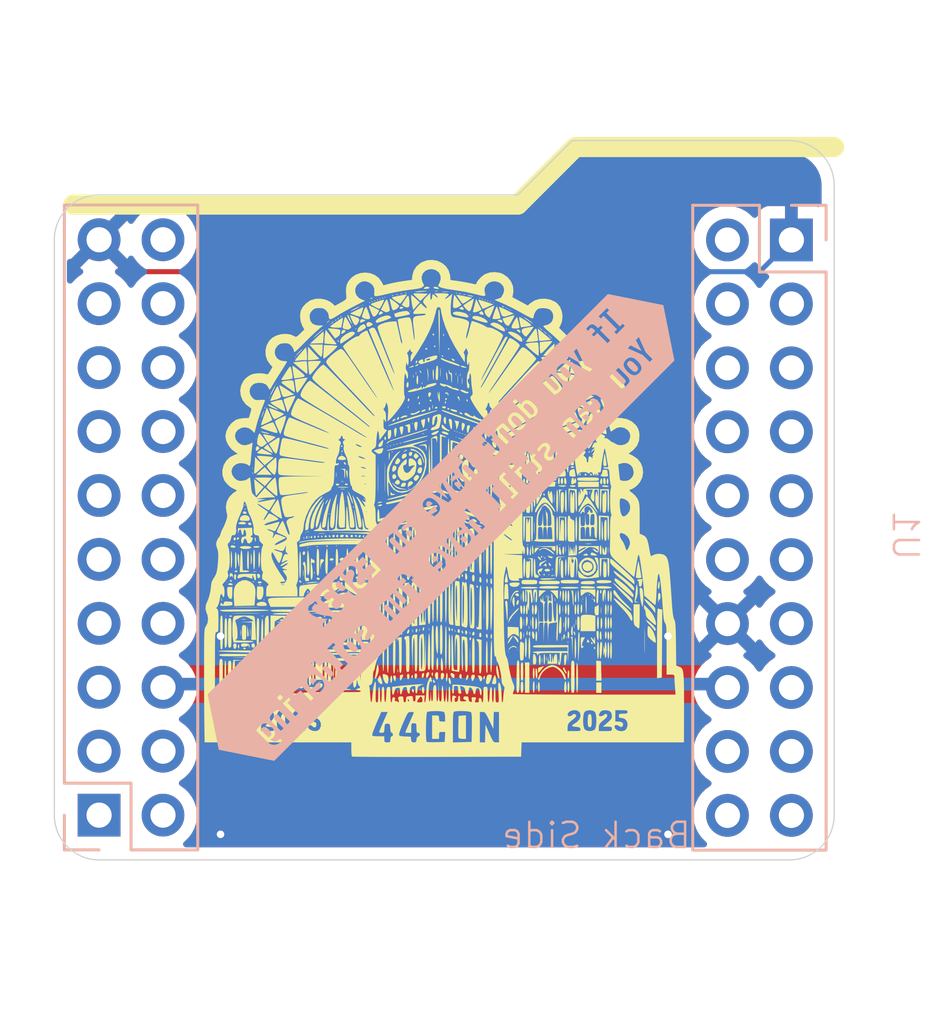
<source format=kicad_pcb>
(kicad_pcb (version 20241229) (generator "pcbnew") (generator_version "9.0")
  (layers (0 "F.Cu" signal) (2 "B.Cu" signal) (13 "F.Paste" user) (15 "B.Paste" user) (5 "F.SilkS" user "F.Silkscreen") (7 "B.SilkS" user "B.Silkscreen") (1 "F.Mask" user) (3 "B.Mask" user) (25 "Edge.Cuts" user))
  (net 0 "")
  (net 1 "GND")
  (net 2 "5V")
  (footprint "LOGO" (layer "F.Cu") (at 117.602 96.774)
    (property "Reference" "G***")
    (property "Value" "LOGO" (hide yes))
  )
  (footprint "badge-44con-2025:Wemos Mini D1 ESP WiFi + Bluetooth CP2104" (layer "B.Cu") (at 133.126 117.046 90)
    (property "Reference" "U1" (at 19.2 2.8 270) (layer "B.SilkS") (effects (font (thickness 0.1)) (justify mirror)))
    (property "Value" "ESP32-WEMOS D1 mini")
    (pad "1" thru_hole rect (at 30.93 -1.73) (size 1.7 1.7) (drill 1) (layers "*.Cu" "*.Mask") (net 1 "GND"))
    (pad "2" thru_hole circle (at 28.39 -1.73 180) (size 1.7 1.7) (drill 1) (layers "*.Cu" "*.Mask"))
    (pad "3" thru_hole circle (at 25.85 -1.73 180) (size 1.7 1.7) (drill 1) (layers "*.Cu" "*.Mask"))
    (pad "4" thru_hole circle (at 23.31 -1.73 180) (size 1.7 1.7) (drill 1) (layers "*.Cu" "*.Mask"))
    (pad "5" thru_hole circle (at 20.77 -1.73 180) (size 1.7 1.7) (drill 1) (layers "*.Cu" "*.Mask"))
    (pad "6" thru_hole circle (at 18.23 -1.73 180) (size 1.7 1.7) (drill 1) (layers "*.Cu" "*.Mask"))
    (pad "7" thru_hole circle (at 15.69 -1.73 180) (size 1.7 1.7) (drill 1) (layers "*.Cu" "*.Mask"))
    (pad "8" thru_hole circle (at 13.15 -1.73 180) (size 1.7 1.7) (drill 1) (layers "*.Cu" "*.Mask"))
    (pad "9" thru_hole circle (at 10.61 -1.73 180) (size 1.7 1.7) (drill 1) (layers "*.Cu" "*.Mask"))
    (pad "10" thru_hole circle (at 8.07 -1.73 180) (size 1.7 1.7) (drill 1) (layers "*.Cu" "*.Mask"))
    (pad "11" thru_hole circle (at 30.93 -4.27 180) (size 1.7 1.7) (drill 1) (layers "*.Cu" "*.Mask"))
    (pad "12" thru_hole circle (at 28.39 -4.27 180) (size 1.7 1.7) (drill 1) (layers "*.Cu" "*.Mask"))
    (pad "13" thru_hole circle (at 25.85 -4.27 180) (size 1.7 1.7) (drill 1) (layers "*.Cu" "*.Mask"))
    (pad "14" thru_hole circle (at 23.31 -4.27 180) (size 1.7 1.7) (drill 1) (layers "*.Cu" "*.Mask"))
    (pad "15" thru_hole circle (at 20.77 -4.27 180) (size 1.7 1.7) (drill 1) (layers "*.Cu" "*.Mask"))
    (pad "16" thru_hole circle (at 18.23 -4.27 180) (size 1.7 1.7) (drill 1) (layers "*.Cu" "*.Mask"))
    (pad "17" thru_hole circle (at 15.69 -4.27) (size 1.7 1.7) (drill 1) (layers "*.Cu" "*.Mask") (net 1 "GND"))
    (pad "18" thru_hole circle (at 13.15 -4.27 180) (size 1.7 1.7) (drill 1) (layers "*.Cu" "*.Mask") (net 2 "5V"))
    (pad "19" thru_hole circle (at 10.61 -4.27 180) (size 1.7 1.7) (drill 1) (layers "*.Cu" "*.Mask"))
    (pad "20" thru_hole circle (at 8.07 -4.27 180) (size 1.7 1.7) (drill 1) (layers "*.Cu" "*.Mask"))
    (pad "21" thru_hole circle (at 30.94 -26.7) (size 1.7 1.7) (drill 1) (layers "*.Cu" "*.Mask"))
    (pad "22" thru_hole circle (at 28.4 -26.7) (size 1.7 1.7) (drill 1) (layers "*.Cu" "*.Mask"))
    (pad "23" thru_hole circle (at 25.86 -26.7) (size 1.7 1.7) (drill 1) (layers "*.Cu" "*.Mask"))
    (pad "24" thru_hole circle (at 23.32 -26.7) (size 1.7 1.7) (drill 1) (layers "*.Cu" "*.Mask"))
    (pad "25" thru_hole circle (at 20.78 -26.7) (size 1.7 1.7) (drill 1) (layers "*.Cu" "*.Mask"))
    (pad "26" thru_hole circle (at 18.24 -26.7) (size 1.7 1.7) (drill 1) (layers "*.Cu" "*.Mask"))
    (pad "27" thru_hole circle (at 15.7 -26.7 180) (size 1.7 1.7) (drill 1) (layers "*.Cu" "*.Mask"))
    (pad "28" thru_hole circle (at 13.16 -26.7) (size 1.7 1.7) (drill 1) (layers "*.Cu" "*.Mask") (net 2 "5V"))
    (pad "29" thru_hole circle (at 10.62 -26.7) (size 1.7 1.7) (drill 1) (layers "*.Cu" "*.Mask"))
    (pad "30" thru_hole circle (at 8.08 -26.7) (size 1.7 1.7) (drill 1) (layers "*.Cu" "*.Mask"))
    (pad "31" thru_hole circle (at 30.94 -29.24 180) (size 1.7 1.7) (drill 1) (layers "*.Cu" "*.Mask") (net 1 "GND"))
    (pad "32" thru_hole circle (at 28.4 -29.24) (size 1.7 1.7) (drill 1) (layers "*.Cu" "*.Mask"))
    (pad "33" thru_hole circle (at 25.86 -29.24) (size 1.7 1.7) (drill 1) (layers "*.Cu" "*.Mask"))
    (pad "34" thru_hole circle (at 23.32 -29.24) (size 1.7 1.7) (drill 1) (layers "*.Cu" "*.Mask"))
    (pad "35" thru_hole circle (at 20.78 -29.24) (size 1.7 1.7) (drill 1) (layers "*.Cu" "*.Mask"))
    (pad "36" thru_hole circle (at 18.24 -29.24) (size 1.7 1.7) (drill 1) (layers "*.Cu" "*.Mask"))
    (pad "37" thru_hole circle (at 15.7 -29.24) (size 1.7 1.7) (drill 1) (layers "*.Cu" "*.Mask"))
    (pad "38" thru_hole circle (at 13.16 -29.24) (size 1.7 1.7) (drill 1) (layers "*.Cu" "*.Mask"))
    (pad "39" thru_hole circle (at 10.62 -29.24) (size 1.7 1.7) (drill 1) (layers "*.Cu" "*.Mask"))
    (pad "40" thru_hole rect (at 8.08 -29.24) (size 1.7 1.7) (drill 1) (layers "*.Cu" "*.Mask"))
  )
  (footprint "kibuzzard-68BB37EA" (layer "B.Cu") (at 117.475 97.536 -135)
    (property "Reference" "kibuzzard-68BB37EA" (hide yes))
    (property "Value" "G***" (hide yes))
  )
  (gr_line (start 120.523 84.709) (end 122.809 82.423) (stroke (width 0.8)) (layer "F.SilkS"))
  (gr_line (start 102.87 84.709) (end 120.523 84.709) (stroke (width 0.8)) (layer "F.SilkS"))
  (gr_line (start 122.936 82.423) (end 133.096 82.423) (stroke (width 0.8)) (layer "F.SilkS"))
  (gr_arc (start 102.108 86.106) (mid 102.628764 84.848764) (end 103.886 84.328) (stroke (width 0.05)) (layer "Edge.Cuts"))
  (gr_line (start 103.886 84.328) (end 120.523 84.328) (stroke (width 0.05)) (layer "Edge.Cuts"))
  (gr_arc (start 103.886 110.744) (mid 102.628764 110.223236) (end 102.108 108.966) (stroke (width 0.05)) (layer "Edge.Cuts"))
  (gr_line (start 120.523 84.328) (end 122.682 82.169) (stroke (width 0.05)) (layer "Edge.Cuts"))
  (gr_arc (start 133.096 108.966) (mid 132.575236 110.223236) (end 131.318 110.744) (stroke (width 0.05)) (layer "Edge.Cuts"))
  (gr_line (start 131.318 110.744) (end 103.886 110.744) (stroke (width 0.05)) (layer "Edge.Cuts"))
  (gr_line (start 133.096 83.947) (end 133.096 108.966) (stroke (width 0.05)) (layer "Edge.Cuts"))
  (gr_arc (start 131.318 82.169) (mid 132.575236 82.689764) (end 133.096 83.947) (stroke (width 0.05)) (layer "Edge.Cuts"))
  (gr_line (start 102.108 108.966) (end 102.108 86.106) (stroke (width 0.05)) (layer "Edge.Cuts"))
  (gr_line (start 122.682 82.169) (end 131.318 82.169) (stroke (width 0.05)) (layer "Edge.Cuts"))
  (gr_text "Back Side" (at 127.476 110.356 0) (layer "B.SilkS") (effects (font (size 1 1) (thickness 0.1)) (justify left bottom mirror)))
  (segment (start 103.886 86.106) (end 105.156 87.376) (width 0.2) (layer "F.Cu") (net 1))
  (segment (start 105.156 87.376) (end 108.204 87.376) (width 0.2) (layer "F.Cu") (net 1))
  (via (at 126.492 101.854) (size 0.6) (drill 0.3) (layers "F.Cu" "B.Cu") (net 1))
  (via (at 108.712 109.728) (size 0.6) (drill 0.3) (layers "F.Cu" "B.Cu") (net 1))
  (via (at 126.492 109.728) (size 0.6) (drill 0.3) (layers "F.Cu" "B.Cu") (net 1))
  (via (at 108.712 101.854) (size 0.6) (drill 0.3) (layers "F.Cu" "B.Cu") (net 1))
  (segment (start 131.396 86.116) (end 130.136 87.376) (width 0.2) (layer "B.Cu") (net 1))
  (segment (start 130.136 87.376) (end 127.254 87.376) (width 0.2) (layer "B.Cu") (net 1))
  (segment (start 106.46 103.76) (end 106.45 103.75) (width 0.2) (layer "F.Cu") (net 2))
  (segment (start 128.88 103.76) (end 106.46 103.76) (width 0.5) (layer "B.Cu") (net 2))
  (zone (net 1) (net_name "GND") (layers "F.Cu" "B.Cu") (connect_pads (clearance 0.5)) (min_thickness 0.25) (fill yes (thermal_gap 0.5) (thermal_bridge_width 0.5))
    (polygon (pts (xy 99.949 76.581) (xy 134.747 76.581) (xy 134.747 112.903) (xy 99.949 112.903)))
  )
)
</source>
